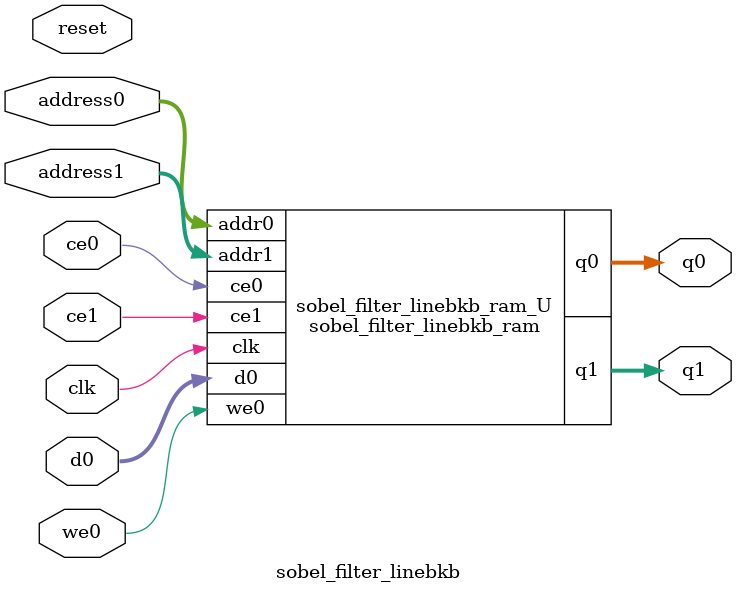
<source format=v>

`timescale 1 ns / 1 ps
module sobel_filter_linebkb_ram (addr0, ce0, d0, we0, q0, addr1, ce1, q1,  clk);

parameter DWIDTH = 8;
parameter AWIDTH = 11;
parameter MEM_SIZE = 1920;

input[AWIDTH-1:0] addr0;
input ce0;
input[DWIDTH-1:0] d0;
input we0;
output reg[DWIDTH-1:0] q0;
input[AWIDTH-1:0] addr1;
input ce1;
output reg[DWIDTH-1:0] q1;
input clk;

(* ram_style = "block" *)reg [DWIDTH-1:0] ram[0:MEM_SIZE-1];




always @(posedge clk)  
begin 
    if (ce0) 
    begin
        if (we0) 
        begin 
            ram[addr0] <= d0; 
            q0 <= d0;
        end 
        else 
            q0 <= ram[addr0];
    end
end


always @(posedge clk)  
begin 
    if (ce1) 
    begin
            q1 <= ram[addr1];
    end
end


endmodule


`timescale 1 ns / 1 ps
module sobel_filter_linebkb(
    reset,
    clk,
    address0,
    ce0,
    we0,
    d0,
    q0,
    address1,
    ce1,
    q1);

parameter DataWidth = 32'd8;
parameter AddressRange = 32'd1920;
parameter AddressWidth = 32'd11;
input reset;
input clk;
input[AddressWidth - 1:0] address0;
input ce0;
input we0;
input[DataWidth - 1:0] d0;
output[DataWidth - 1:0] q0;
input[AddressWidth - 1:0] address1;
input ce1;
output[DataWidth - 1:0] q1;



sobel_filter_linebkb_ram sobel_filter_linebkb_ram_U(
    .clk( clk ),
    .addr0( address0 ),
    .ce0( ce0 ),
    .d0( d0 ),
    .we0( we0 ),
    .q0( q0 ),
    .addr1( address1 ),
    .ce1( ce1 ),
    .q1( q1 ));

endmodule


</source>
